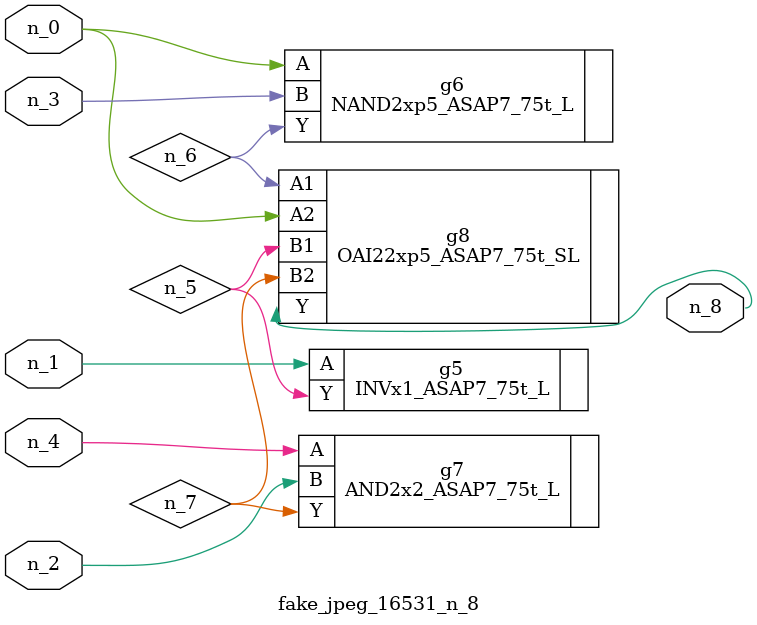
<source format=v>
module fake_jpeg_16531_n_8 (n_3, n_2, n_1, n_0, n_4, n_8);

input n_3;
input n_2;
input n_1;
input n_0;
input n_4;

output n_8;

wire n_6;
wire n_5;
wire n_7;

INVx1_ASAP7_75t_L g5 ( 
.A(n_1),
.Y(n_5)
);

NAND2xp5_ASAP7_75t_L g6 ( 
.A(n_0),
.B(n_3),
.Y(n_6)
);

AND2x2_ASAP7_75t_L g7 ( 
.A(n_4),
.B(n_2),
.Y(n_7)
);

OAI22xp5_ASAP7_75t_SL g8 ( 
.A1(n_6),
.A2(n_0),
.B1(n_5),
.B2(n_7),
.Y(n_8)
);


endmodule
</source>
